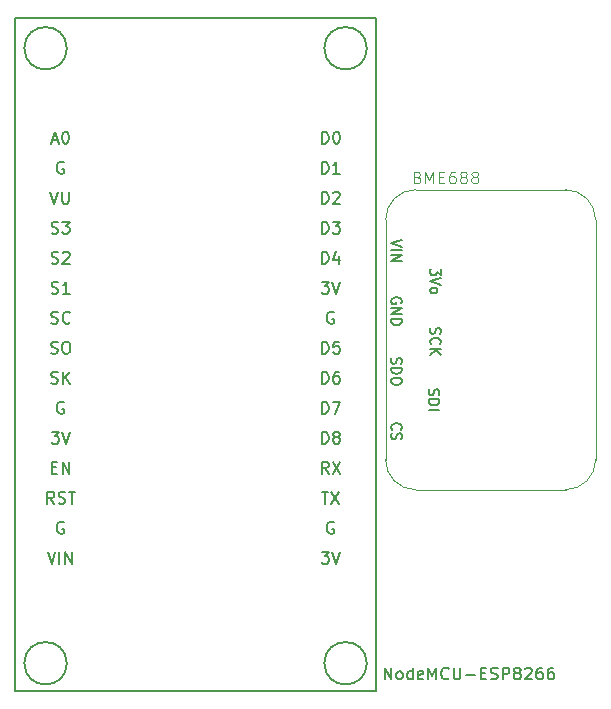
<source format=gbr>
%TF.GenerationSoftware,KiCad,Pcbnew,8.0.3*%
%TF.CreationDate,2024-07-11T16:06:48-07:00*%
%TF.ProjectId,RomiEnvironDetector,526f6d69-456e-4766-9972-6f6e44657465,rev?*%
%TF.SameCoordinates,Original*%
%TF.FileFunction,Legend,Top*%
%TF.FilePolarity,Positive*%
%FSLAX46Y46*%
G04 Gerber Fmt 4.6, Leading zero omitted, Abs format (unit mm)*
G04 Created by KiCad (PCBNEW 8.0.3) date 2024-07-11 16:06:48*
%MOMM*%
%LPD*%
G01*
G04 APERTURE LIST*
%ADD10C,0.100000*%
%ADD11C,0.142240*%
%ADD12C,0.150000*%
%ADD13C,1.524000*%
%ADD14C,1.879600*%
%ADD15C,3.301600*%
G04 APERTURE END LIST*
D10*
X140619047Y-68133609D02*
X140761904Y-68181228D01*
X140761904Y-68181228D02*
X140809523Y-68228847D01*
X140809523Y-68228847D02*
X140857142Y-68324085D01*
X140857142Y-68324085D02*
X140857142Y-68466942D01*
X140857142Y-68466942D02*
X140809523Y-68562180D01*
X140809523Y-68562180D02*
X140761904Y-68609800D01*
X140761904Y-68609800D02*
X140666666Y-68657419D01*
X140666666Y-68657419D02*
X140285714Y-68657419D01*
X140285714Y-68657419D02*
X140285714Y-67657419D01*
X140285714Y-67657419D02*
X140619047Y-67657419D01*
X140619047Y-67657419D02*
X140714285Y-67705038D01*
X140714285Y-67705038D02*
X140761904Y-67752657D01*
X140761904Y-67752657D02*
X140809523Y-67847895D01*
X140809523Y-67847895D02*
X140809523Y-67943133D01*
X140809523Y-67943133D02*
X140761904Y-68038371D01*
X140761904Y-68038371D02*
X140714285Y-68085990D01*
X140714285Y-68085990D02*
X140619047Y-68133609D01*
X140619047Y-68133609D02*
X140285714Y-68133609D01*
X141285714Y-68657419D02*
X141285714Y-67657419D01*
X141285714Y-67657419D02*
X141619047Y-68371704D01*
X141619047Y-68371704D02*
X141952380Y-67657419D01*
X141952380Y-67657419D02*
X141952380Y-68657419D01*
X142428571Y-68133609D02*
X142761904Y-68133609D01*
X142904761Y-68657419D02*
X142428571Y-68657419D01*
X142428571Y-68657419D02*
X142428571Y-67657419D01*
X142428571Y-67657419D02*
X142904761Y-67657419D01*
X143761904Y-67657419D02*
X143571428Y-67657419D01*
X143571428Y-67657419D02*
X143476190Y-67705038D01*
X143476190Y-67705038D02*
X143428571Y-67752657D01*
X143428571Y-67752657D02*
X143333333Y-67895514D01*
X143333333Y-67895514D02*
X143285714Y-68085990D01*
X143285714Y-68085990D02*
X143285714Y-68466942D01*
X143285714Y-68466942D02*
X143333333Y-68562180D01*
X143333333Y-68562180D02*
X143380952Y-68609800D01*
X143380952Y-68609800D02*
X143476190Y-68657419D01*
X143476190Y-68657419D02*
X143666666Y-68657419D01*
X143666666Y-68657419D02*
X143761904Y-68609800D01*
X143761904Y-68609800D02*
X143809523Y-68562180D01*
X143809523Y-68562180D02*
X143857142Y-68466942D01*
X143857142Y-68466942D02*
X143857142Y-68228847D01*
X143857142Y-68228847D02*
X143809523Y-68133609D01*
X143809523Y-68133609D02*
X143761904Y-68085990D01*
X143761904Y-68085990D02*
X143666666Y-68038371D01*
X143666666Y-68038371D02*
X143476190Y-68038371D01*
X143476190Y-68038371D02*
X143380952Y-68085990D01*
X143380952Y-68085990D02*
X143333333Y-68133609D01*
X143333333Y-68133609D02*
X143285714Y-68228847D01*
X144428571Y-68085990D02*
X144333333Y-68038371D01*
X144333333Y-68038371D02*
X144285714Y-67990752D01*
X144285714Y-67990752D02*
X144238095Y-67895514D01*
X144238095Y-67895514D02*
X144238095Y-67847895D01*
X144238095Y-67847895D02*
X144285714Y-67752657D01*
X144285714Y-67752657D02*
X144333333Y-67705038D01*
X144333333Y-67705038D02*
X144428571Y-67657419D01*
X144428571Y-67657419D02*
X144619047Y-67657419D01*
X144619047Y-67657419D02*
X144714285Y-67705038D01*
X144714285Y-67705038D02*
X144761904Y-67752657D01*
X144761904Y-67752657D02*
X144809523Y-67847895D01*
X144809523Y-67847895D02*
X144809523Y-67895514D01*
X144809523Y-67895514D02*
X144761904Y-67990752D01*
X144761904Y-67990752D02*
X144714285Y-68038371D01*
X144714285Y-68038371D02*
X144619047Y-68085990D01*
X144619047Y-68085990D02*
X144428571Y-68085990D01*
X144428571Y-68085990D02*
X144333333Y-68133609D01*
X144333333Y-68133609D02*
X144285714Y-68181228D01*
X144285714Y-68181228D02*
X144238095Y-68276466D01*
X144238095Y-68276466D02*
X144238095Y-68466942D01*
X144238095Y-68466942D02*
X144285714Y-68562180D01*
X144285714Y-68562180D02*
X144333333Y-68609800D01*
X144333333Y-68609800D02*
X144428571Y-68657419D01*
X144428571Y-68657419D02*
X144619047Y-68657419D01*
X144619047Y-68657419D02*
X144714285Y-68609800D01*
X144714285Y-68609800D02*
X144761904Y-68562180D01*
X144761904Y-68562180D02*
X144809523Y-68466942D01*
X144809523Y-68466942D02*
X144809523Y-68276466D01*
X144809523Y-68276466D02*
X144761904Y-68181228D01*
X144761904Y-68181228D02*
X144714285Y-68133609D01*
X144714285Y-68133609D02*
X144619047Y-68085990D01*
X145380952Y-68085990D02*
X145285714Y-68038371D01*
X145285714Y-68038371D02*
X145238095Y-67990752D01*
X145238095Y-67990752D02*
X145190476Y-67895514D01*
X145190476Y-67895514D02*
X145190476Y-67847895D01*
X145190476Y-67847895D02*
X145238095Y-67752657D01*
X145238095Y-67752657D02*
X145285714Y-67705038D01*
X145285714Y-67705038D02*
X145380952Y-67657419D01*
X145380952Y-67657419D02*
X145571428Y-67657419D01*
X145571428Y-67657419D02*
X145666666Y-67705038D01*
X145666666Y-67705038D02*
X145714285Y-67752657D01*
X145714285Y-67752657D02*
X145761904Y-67847895D01*
X145761904Y-67847895D02*
X145761904Y-67895514D01*
X145761904Y-67895514D02*
X145714285Y-67990752D01*
X145714285Y-67990752D02*
X145666666Y-68038371D01*
X145666666Y-68038371D02*
X145571428Y-68085990D01*
X145571428Y-68085990D02*
X145380952Y-68085990D01*
X145380952Y-68085990D02*
X145285714Y-68133609D01*
X145285714Y-68133609D02*
X145238095Y-68181228D01*
X145238095Y-68181228D02*
X145190476Y-68276466D01*
X145190476Y-68276466D02*
X145190476Y-68466942D01*
X145190476Y-68466942D02*
X145238095Y-68562180D01*
X145238095Y-68562180D02*
X145285714Y-68609800D01*
X145285714Y-68609800D02*
X145380952Y-68657419D01*
X145380952Y-68657419D02*
X145571428Y-68657419D01*
X145571428Y-68657419D02*
X145666666Y-68609800D01*
X145666666Y-68609800D02*
X145714285Y-68562180D01*
X145714285Y-68562180D02*
X145761904Y-68466942D01*
X145761904Y-68466942D02*
X145761904Y-68276466D01*
X145761904Y-68276466D02*
X145714285Y-68181228D01*
X145714285Y-68181228D02*
X145666666Y-68133609D01*
X145666666Y-68133609D02*
X145571428Y-68085990D01*
D11*
X141628786Y-86085436D02*
X141587178Y-86210259D01*
X141587178Y-86210259D02*
X141587178Y-86418297D01*
X141587178Y-86418297D02*
X141628786Y-86501512D01*
X141628786Y-86501512D02*
X141670393Y-86543120D01*
X141670393Y-86543120D02*
X141753608Y-86584727D01*
X141753608Y-86584727D02*
X141836824Y-86584727D01*
X141836824Y-86584727D02*
X141920039Y-86543120D01*
X141920039Y-86543120D02*
X141961646Y-86501512D01*
X141961646Y-86501512D02*
X142003254Y-86418297D01*
X142003254Y-86418297D02*
X142044862Y-86251866D01*
X142044862Y-86251866D02*
X142086469Y-86168651D01*
X142086469Y-86168651D02*
X142128077Y-86127044D01*
X142128077Y-86127044D02*
X142211292Y-86085436D01*
X142211292Y-86085436D02*
X142294507Y-86085436D01*
X142294507Y-86085436D02*
X142377723Y-86127044D01*
X142377723Y-86127044D02*
X142419330Y-86168651D01*
X142419330Y-86168651D02*
X142460938Y-86251866D01*
X142460938Y-86251866D02*
X142460938Y-86459905D01*
X142460938Y-86459905D02*
X142419330Y-86584727D01*
X141587178Y-86959196D02*
X142460938Y-86959196D01*
X142460938Y-86959196D02*
X142460938Y-87167234D01*
X142460938Y-87167234D02*
X142419330Y-87292057D01*
X142419330Y-87292057D02*
X142336115Y-87375272D01*
X142336115Y-87375272D02*
X142252900Y-87416879D01*
X142252900Y-87416879D02*
X142086469Y-87458487D01*
X142086469Y-87458487D02*
X141961646Y-87458487D01*
X141961646Y-87458487D02*
X141795216Y-87416879D01*
X141795216Y-87416879D02*
X141712001Y-87375272D01*
X141712001Y-87375272D02*
X141628786Y-87292057D01*
X141628786Y-87292057D02*
X141587178Y-87167234D01*
X141587178Y-87167234D02*
X141587178Y-86959196D01*
X141587178Y-87832956D02*
X142460938Y-87832956D01*
X139285938Y-73450025D02*
X138412178Y-73741278D01*
X138412178Y-73741278D02*
X139285938Y-74032531D01*
X138412178Y-74323785D02*
X139285938Y-74323785D01*
X138412178Y-74739861D02*
X139285938Y-74739861D01*
X139285938Y-74739861D02*
X138412178Y-75239152D01*
X138412178Y-75239152D02*
X139285938Y-75239152D01*
X138495393Y-89501373D02*
X138453786Y-89459765D01*
X138453786Y-89459765D02*
X138412178Y-89334943D01*
X138412178Y-89334943D02*
X138412178Y-89251727D01*
X138412178Y-89251727D02*
X138453786Y-89126904D01*
X138453786Y-89126904D02*
X138537001Y-89043689D01*
X138537001Y-89043689D02*
X138620216Y-89002082D01*
X138620216Y-89002082D02*
X138786646Y-88960474D01*
X138786646Y-88960474D02*
X138911469Y-88960474D01*
X138911469Y-88960474D02*
X139077900Y-89002082D01*
X139077900Y-89002082D02*
X139161115Y-89043689D01*
X139161115Y-89043689D02*
X139244330Y-89126904D01*
X139244330Y-89126904D02*
X139285938Y-89251727D01*
X139285938Y-89251727D02*
X139285938Y-89334943D01*
X139285938Y-89334943D02*
X139244330Y-89459765D01*
X139244330Y-89459765D02*
X139202723Y-89501373D01*
X138453786Y-89834234D02*
X138412178Y-89959057D01*
X138412178Y-89959057D02*
X138412178Y-90167095D01*
X138412178Y-90167095D02*
X138453786Y-90250310D01*
X138453786Y-90250310D02*
X138495393Y-90291918D01*
X138495393Y-90291918D02*
X138578608Y-90333525D01*
X138578608Y-90333525D02*
X138661824Y-90333525D01*
X138661824Y-90333525D02*
X138745039Y-90291918D01*
X138745039Y-90291918D02*
X138786646Y-90250310D01*
X138786646Y-90250310D02*
X138828254Y-90167095D01*
X138828254Y-90167095D02*
X138869862Y-90000664D01*
X138869862Y-90000664D02*
X138911469Y-89917449D01*
X138911469Y-89917449D02*
X138953077Y-89875842D01*
X138953077Y-89875842D02*
X139036292Y-89834234D01*
X139036292Y-89834234D02*
X139119507Y-89834234D01*
X139119507Y-89834234D02*
X139202723Y-89875842D01*
X139202723Y-89875842D02*
X139244330Y-89917449D01*
X139244330Y-89917449D02*
X139285938Y-90000664D01*
X139285938Y-90000664D02*
X139285938Y-90208703D01*
X139285938Y-90208703D02*
X139244330Y-90333525D01*
X139244330Y-78821277D02*
X139285938Y-78738062D01*
X139285938Y-78738062D02*
X139285938Y-78613239D01*
X139285938Y-78613239D02*
X139244330Y-78488416D01*
X139244330Y-78488416D02*
X139161115Y-78405201D01*
X139161115Y-78405201D02*
X139077900Y-78363594D01*
X139077900Y-78363594D02*
X138911469Y-78321986D01*
X138911469Y-78321986D02*
X138786646Y-78321986D01*
X138786646Y-78321986D02*
X138620216Y-78363594D01*
X138620216Y-78363594D02*
X138537001Y-78405201D01*
X138537001Y-78405201D02*
X138453786Y-78488416D01*
X138453786Y-78488416D02*
X138412178Y-78613239D01*
X138412178Y-78613239D02*
X138412178Y-78696455D01*
X138412178Y-78696455D02*
X138453786Y-78821277D01*
X138453786Y-78821277D02*
X138495393Y-78862885D01*
X138495393Y-78862885D02*
X138786646Y-78862885D01*
X138786646Y-78862885D02*
X138786646Y-78696455D01*
X138412178Y-79237354D02*
X139285938Y-79237354D01*
X139285938Y-79237354D02*
X138412178Y-79736645D01*
X138412178Y-79736645D02*
X139285938Y-79736645D01*
X138412178Y-80152722D02*
X139285938Y-80152722D01*
X139285938Y-80152722D02*
X139285938Y-80360760D01*
X139285938Y-80360760D02*
X139244330Y-80485583D01*
X139244330Y-80485583D02*
X139161115Y-80568798D01*
X139161115Y-80568798D02*
X139077900Y-80610405D01*
X139077900Y-80610405D02*
X138911469Y-80652013D01*
X138911469Y-80652013D02*
X138786646Y-80652013D01*
X138786646Y-80652013D02*
X138620216Y-80610405D01*
X138620216Y-80610405D02*
X138537001Y-80568798D01*
X138537001Y-80568798D02*
X138453786Y-80485583D01*
X138453786Y-80485583D02*
X138412178Y-80360760D01*
X138412178Y-80360760D02*
X138412178Y-80152722D01*
X141755786Y-80903594D02*
X141714178Y-81028417D01*
X141714178Y-81028417D02*
X141714178Y-81236455D01*
X141714178Y-81236455D02*
X141755786Y-81319670D01*
X141755786Y-81319670D02*
X141797393Y-81361278D01*
X141797393Y-81361278D02*
X141880608Y-81402885D01*
X141880608Y-81402885D02*
X141963824Y-81402885D01*
X141963824Y-81402885D02*
X142047039Y-81361278D01*
X142047039Y-81361278D02*
X142088646Y-81319670D01*
X142088646Y-81319670D02*
X142130254Y-81236455D01*
X142130254Y-81236455D02*
X142171862Y-81070024D01*
X142171862Y-81070024D02*
X142213469Y-80986809D01*
X142213469Y-80986809D02*
X142255077Y-80945202D01*
X142255077Y-80945202D02*
X142338292Y-80903594D01*
X142338292Y-80903594D02*
X142421507Y-80903594D01*
X142421507Y-80903594D02*
X142504723Y-80945202D01*
X142504723Y-80945202D02*
X142546330Y-80986809D01*
X142546330Y-80986809D02*
X142587938Y-81070024D01*
X142587938Y-81070024D02*
X142587938Y-81278063D01*
X142587938Y-81278063D02*
X142546330Y-81402885D01*
X141797393Y-82276645D02*
X141755786Y-82235037D01*
X141755786Y-82235037D02*
X141714178Y-82110215D01*
X141714178Y-82110215D02*
X141714178Y-82026999D01*
X141714178Y-82026999D02*
X141755786Y-81902176D01*
X141755786Y-81902176D02*
X141839001Y-81818961D01*
X141839001Y-81818961D02*
X141922216Y-81777354D01*
X141922216Y-81777354D02*
X142088646Y-81735746D01*
X142088646Y-81735746D02*
X142213469Y-81735746D01*
X142213469Y-81735746D02*
X142379900Y-81777354D01*
X142379900Y-81777354D02*
X142463115Y-81818961D01*
X142463115Y-81818961D02*
X142546330Y-81902176D01*
X142546330Y-81902176D02*
X142587938Y-82026999D01*
X142587938Y-82026999D02*
X142587938Y-82110215D01*
X142587938Y-82110215D02*
X142546330Y-82235037D01*
X142546330Y-82235037D02*
X142504723Y-82276645D01*
X141714178Y-82651114D02*
X142587938Y-82651114D01*
X141714178Y-83150405D02*
X142213469Y-82775936D01*
X142587938Y-83150405D02*
X142088646Y-82651114D01*
X138453786Y-83422790D02*
X138412178Y-83547613D01*
X138412178Y-83547613D02*
X138412178Y-83755651D01*
X138412178Y-83755651D02*
X138453786Y-83838866D01*
X138453786Y-83838866D02*
X138495393Y-83880474D01*
X138495393Y-83880474D02*
X138578608Y-83922081D01*
X138578608Y-83922081D02*
X138661824Y-83922081D01*
X138661824Y-83922081D02*
X138745039Y-83880474D01*
X138745039Y-83880474D02*
X138786646Y-83838866D01*
X138786646Y-83838866D02*
X138828254Y-83755651D01*
X138828254Y-83755651D02*
X138869862Y-83589220D01*
X138869862Y-83589220D02*
X138911469Y-83506005D01*
X138911469Y-83506005D02*
X138953077Y-83464398D01*
X138953077Y-83464398D02*
X139036292Y-83422790D01*
X139036292Y-83422790D02*
X139119507Y-83422790D01*
X139119507Y-83422790D02*
X139202723Y-83464398D01*
X139202723Y-83464398D02*
X139244330Y-83506005D01*
X139244330Y-83506005D02*
X139285938Y-83589220D01*
X139285938Y-83589220D02*
X139285938Y-83797259D01*
X139285938Y-83797259D02*
X139244330Y-83922081D01*
X138412178Y-84296550D02*
X139285938Y-84296550D01*
X139285938Y-84296550D02*
X139285938Y-84504588D01*
X139285938Y-84504588D02*
X139244330Y-84629411D01*
X139244330Y-84629411D02*
X139161115Y-84712626D01*
X139161115Y-84712626D02*
X139077900Y-84754233D01*
X139077900Y-84754233D02*
X138911469Y-84795841D01*
X138911469Y-84795841D02*
X138786646Y-84795841D01*
X138786646Y-84795841D02*
X138620216Y-84754233D01*
X138620216Y-84754233D02*
X138537001Y-84712626D01*
X138537001Y-84712626D02*
X138453786Y-84629411D01*
X138453786Y-84629411D02*
X138412178Y-84504588D01*
X138412178Y-84504588D02*
X138412178Y-84296550D01*
X139285938Y-85336740D02*
X139285938Y-85503171D01*
X139285938Y-85503171D02*
X139244330Y-85586386D01*
X139244330Y-85586386D02*
X139161115Y-85669601D01*
X139161115Y-85669601D02*
X138994685Y-85711209D01*
X138994685Y-85711209D02*
X138703431Y-85711209D01*
X138703431Y-85711209D02*
X138537001Y-85669601D01*
X138537001Y-85669601D02*
X138453786Y-85586386D01*
X138453786Y-85586386D02*
X138412178Y-85503171D01*
X138412178Y-85503171D02*
X138412178Y-85336740D01*
X138412178Y-85336740D02*
X138453786Y-85253525D01*
X138453786Y-85253525D02*
X138537001Y-85170310D01*
X138537001Y-85170310D02*
X138703431Y-85128702D01*
X138703431Y-85128702D02*
X138994685Y-85128702D01*
X138994685Y-85128702D02*
X139161115Y-85170310D01*
X139161115Y-85170310D02*
X139244330Y-85253525D01*
X139244330Y-85253525D02*
X139285938Y-85336740D01*
X142587938Y-75886005D02*
X142587938Y-76426904D01*
X142587938Y-76426904D02*
X142255077Y-76135651D01*
X142255077Y-76135651D02*
X142255077Y-76260474D01*
X142255077Y-76260474D02*
X142213469Y-76343689D01*
X142213469Y-76343689D02*
X142171862Y-76385297D01*
X142171862Y-76385297D02*
X142088646Y-76426904D01*
X142088646Y-76426904D02*
X141880608Y-76426904D01*
X141880608Y-76426904D02*
X141797393Y-76385297D01*
X141797393Y-76385297D02*
X141755786Y-76343689D01*
X141755786Y-76343689D02*
X141714178Y-76260474D01*
X141714178Y-76260474D02*
X141714178Y-76010828D01*
X141714178Y-76010828D02*
X141755786Y-75927613D01*
X141755786Y-75927613D02*
X141797393Y-75886005D01*
X142587938Y-76676550D02*
X141714178Y-76967803D01*
X141714178Y-76967803D02*
X142587938Y-77259056D01*
X141714178Y-77675132D02*
X141755786Y-77591917D01*
X141755786Y-77591917D02*
X141797393Y-77550310D01*
X141797393Y-77550310D02*
X141880608Y-77508702D01*
X141880608Y-77508702D02*
X142130254Y-77508702D01*
X142130254Y-77508702D02*
X142213469Y-77550310D01*
X142213469Y-77550310D02*
X142255077Y-77591917D01*
X142255077Y-77591917D02*
X142296685Y-77675132D01*
X142296685Y-77675132D02*
X142296685Y-77799955D01*
X142296685Y-77799955D02*
X142255077Y-77883171D01*
X142255077Y-77883171D02*
X142213469Y-77924778D01*
X142213469Y-77924778D02*
X142130254Y-77966386D01*
X142130254Y-77966386D02*
X141880608Y-77966386D01*
X141880608Y-77966386D02*
X141797393Y-77924778D01*
X141797393Y-77924778D02*
X141755786Y-77883171D01*
X141755786Y-77883171D02*
X141714178Y-77799955D01*
X141714178Y-77799955D02*
X141714178Y-77675132D01*
D12*
X137833333Y-110654819D02*
X137833333Y-109654819D01*
X137833333Y-109654819D02*
X138404761Y-110654819D01*
X138404761Y-110654819D02*
X138404761Y-109654819D01*
X139023809Y-110654819D02*
X138928571Y-110607200D01*
X138928571Y-110607200D02*
X138880952Y-110559580D01*
X138880952Y-110559580D02*
X138833333Y-110464342D01*
X138833333Y-110464342D02*
X138833333Y-110178628D01*
X138833333Y-110178628D02*
X138880952Y-110083390D01*
X138880952Y-110083390D02*
X138928571Y-110035771D01*
X138928571Y-110035771D02*
X139023809Y-109988152D01*
X139023809Y-109988152D02*
X139166666Y-109988152D01*
X139166666Y-109988152D02*
X139261904Y-110035771D01*
X139261904Y-110035771D02*
X139309523Y-110083390D01*
X139309523Y-110083390D02*
X139357142Y-110178628D01*
X139357142Y-110178628D02*
X139357142Y-110464342D01*
X139357142Y-110464342D02*
X139309523Y-110559580D01*
X139309523Y-110559580D02*
X139261904Y-110607200D01*
X139261904Y-110607200D02*
X139166666Y-110654819D01*
X139166666Y-110654819D02*
X139023809Y-110654819D01*
X140214285Y-110654819D02*
X140214285Y-109654819D01*
X140214285Y-110607200D02*
X140119047Y-110654819D01*
X140119047Y-110654819D02*
X139928571Y-110654819D01*
X139928571Y-110654819D02*
X139833333Y-110607200D01*
X139833333Y-110607200D02*
X139785714Y-110559580D01*
X139785714Y-110559580D02*
X139738095Y-110464342D01*
X139738095Y-110464342D02*
X139738095Y-110178628D01*
X139738095Y-110178628D02*
X139785714Y-110083390D01*
X139785714Y-110083390D02*
X139833333Y-110035771D01*
X139833333Y-110035771D02*
X139928571Y-109988152D01*
X139928571Y-109988152D02*
X140119047Y-109988152D01*
X140119047Y-109988152D02*
X140214285Y-110035771D01*
X141071428Y-110607200D02*
X140976190Y-110654819D01*
X140976190Y-110654819D02*
X140785714Y-110654819D01*
X140785714Y-110654819D02*
X140690476Y-110607200D01*
X140690476Y-110607200D02*
X140642857Y-110511961D01*
X140642857Y-110511961D02*
X140642857Y-110131009D01*
X140642857Y-110131009D02*
X140690476Y-110035771D01*
X140690476Y-110035771D02*
X140785714Y-109988152D01*
X140785714Y-109988152D02*
X140976190Y-109988152D01*
X140976190Y-109988152D02*
X141071428Y-110035771D01*
X141071428Y-110035771D02*
X141119047Y-110131009D01*
X141119047Y-110131009D02*
X141119047Y-110226247D01*
X141119047Y-110226247D02*
X140642857Y-110321485D01*
X141547619Y-110654819D02*
X141547619Y-109654819D01*
X141547619Y-109654819D02*
X141880952Y-110369104D01*
X141880952Y-110369104D02*
X142214285Y-109654819D01*
X142214285Y-109654819D02*
X142214285Y-110654819D01*
X143261904Y-110559580D02*
X143214285Y-110607200D01*
X143214285Y-110607200D02*
X143071428Y-110654819D01*
X143071428Y-110654819D02*
X142976190Y-110654819D01*
X142976190Y-110654819D02*
X142833333Y-110607200D01*
X142833333Y-110607200D02*
X142738095Y-110511961D01*
X142738095Y-110511961D02*
X142690476Y-110416723D01*
X142690476Y-110416723D02*
X142642857Y-110226247D01*
X142642857Y-110226247D02*
X142642857Y-110083390D01*
X142642857Y-110083390D02*
X142690476Y-109892914D01*
X142690476Y-109892914D02*
X142738095Y-109797676D01*
X142738095Y-109797676D02*
X142833333Y-109702438D01*
X142833333Y-109702438D02*
X142976190Y-109654819D01*
X142976190Y-109654819D02*
X143071428Y-109654819D01*
X143071428Y-109654819D02*
X143214285Y-109702438D01*
X143214285Y-109702438D02*
X143261904Y-109750057D01*
X143690476Y-109654819D02*
X143690476Y-110464342D01*
X143690476Y-110464342D02*
X143738095Y-110559580D01*
X143738095Y-110559580D02*
X143785714Y-110607200D01*
X143785714Y-110607200D02*
X143880952Y-110654819D01*
X143880952Y-110654819D02*
X144071428Y-110654819D01*
X144071428Y-110654819D02*
X144166666Y-110607200D01*
X144166666Y-110607200D02*
X144214285Y-110559580D01*
X144214285Y-110559580D02*
X144261904Y-110464342D01*
X144261904Y-110464342D02*
X144261904Y-109654819D01*
X144738095Y-110273866D02*
X145500000Y-110273866D01*
X145976190Y-110131009D02*
X146309523Y-110131009D01*
X146452380Y-110654819D02*
X145976190Y-110654819D01*
X145976190Y-110654819D02*
X145976190Y-109654819D01*
X145976190Y-109654819D02*
X146452380Y-109654819D01*
X146833333Y-110607200D02*
X146976190Y-110654819D01*
X146976190Y-110654819D02*
X147214285Y-110654819D01*
X147214285Y-110654819D02*
X147309523Y-110607200D01*
X147309523Y-110607200D02*
X147357142Y-110559580D01*
X147357142Y-110559580D02*
X147404761Y-110464342D01*
X147404761Y-110464342D02*
X147404761Y-110369104D01*
X147404761Y-110369104D02*
X147357142Y-110273866D01*
X147357142Y-110273866D02*
X147309523Y-110226247D01*
X147309523Y-110226247D02*
X147214285Y-110178628D01*
X147214285Y-110178628D02*
X147023809Y-110131009D01*
X147023809Y-110131009D02*
X146928571Y-110083390D01*
X146928571Y-110083390D02*
X146880952Y-110035771D01*
X146880952Y-110035771D02*
X146833333Y-109940533D01*
X146833333Y-109940533D02*
X146833333Y-109845295D01*
X146833333Y-109845295D02*
X146880952Y-109750057D01*
X146880952Y-109750057D02*
X146928571Y-109702438D01*
X146928571Y-109702438D02*
X147023809Y-109654819D01*
X147023809Y-109654819D02*
X147261904Y-109654819D01*
X147261904Y-109654819D02*
X147404761Y-109702438D01*
X147833333Y-110654819D02*
X147833333Y-109654819D01*
X147833333Y-109654819D02*
X148214285Y-109654819D01*
X148214285Y-109654819D02*
X148309523Y-109702438D01*
X148309523Y-109702438D02*
X148357142Y-109750057D01*
X148357142Y-109750057D02*
X148404761Y-109845295D01*
X148404761Y-109845295D02*
X148404761Y-109988152D01*
X148404761Y-109988152D02*
X148357142Y-110083390D01*
X148357142Y-110083390D02*
X148309523Y-110131009D01*
X148309523Y-110131009D02*
X148214285Y-110178628D01*
X148214285Y-110178628D02*
X147833333Y-110178628D01*
X148976190Y-110083390D02*
X148880952Y-110035771D01*
X148880952Y-110035771D02*
X148833333Y-109988152D01*
X148833333Y-109988152D02*
X148785714Y-109892914D01*
X148785714Y-109892914D02*
X148785714Y-109845295D01*
X148785714Y-109845295D02*
X148833333Y-109750057D01*
X148833333Y-109750057D02*
X148880952Y-109702438D01*
X148880952Y-109702438D02*
X148976190Y-109654819D01*
X148976190Y-109654819D02*
X149166666Y-109654819D01*
X149166666Y-109654819D02*
X149261904Y-109702438D01*
X149261904Y-109702438D02*
X149309523Y-109750057D01*
X149309523Y-109750057D02*
X149357142Y-109845295D01*
X149357142Y-109845295D02*
X149357142Y-109892914D01*
X149357142Y-109892914D02*
X149309523Y-109988152D01*
X149309523Y-109988152D02*
X149261904Y-110035771D01*
X149261904Y-110035771D02*
X149166666Y-110083390D01*
X149166666Y-110083390D02*
X148976190Y-110083390D01*
X148976190Y-110083390D02*
X148880952Y-110131009D01*
X148880952Y-110131009D02*
X148833333Y-110178628D01*
X148833333Y-110178628D02*
X148785714Y-110273866D01*
X148785714Y-110273866D02*
X148785714Y-110464342D01*
X148785714Y-110464342D02*
X148833333Y-110559580D01*
X148833333Y-110559580D02*
X148880952Y-110607200D01*
X148880952Y-110607200D02*
X148976190Y-110654819D01*
X148976190Y-110654819D02*
X149166666Y-110654819D01*
X149166666Y-110654819D02*
X149261904Y-110607200D01*
X149261904Y-110607200D02*
X149309523Y-110559580D01*
X149309523Y-110559580D02*
X149357142Y-110464342D01*
X149357142Y-110464342D02*
X149357142Y-110273866D01*
X149357142Y-110273866D02*
X149309523Y-110178628D01*
X149309523Y-110178628D02*
X149261904Y-110131009D01*
X149261904Y-110131009D02*
X149166666Y-110083390D01*
X149738095Y-109750057D02*
X149785714Y-109702438D01*
X149785714Y-109702438D02*
X149880952Y-109654819D01*
X149880952Y-109654819D02*
X150119047Y-109654819D01*
X150119047Y-109654819D02*
X150214285Y-109702438D01*
X150214285Y-109702438D02*
X150261904Y-109750057D01*
X150261904Y-109750057D02*
X150309523Y-109845295D01*
X150309523Y-109845295D02*
X150309523Y-109940533D01*
X150309523Y-109940533D02*
X150261904Y-110083390D01*
X150261904Y-110083390D02*
X149690476Y-110654819D01*
X149690476Y-110654819D02*
X150309523Y-110654819D01*
X151166666Y-109654819D02*
X150976190Y-109654819D01*
X150976190Y-109654819D02*
X150880952Y-109702438D01*
X150880952Y-109702438D02*
X150833333Y-109750057D01*
X150833333Y-109750057D02*
X150738095Y-109892914D01*
X150738095Y-109892914D02*
X150690476Y-110083390D01*
X150690476Y-110083390D02*
X150690476Y-110464342D01*
X150690476Y-110464342D02*
X150738095Y-110559580D01*
X150738095Y-110559580D02*
X150785714Y-110607200D01*
X150785714Y-110607200D02*
X150880952Y-110654819D01*
X150880952Y-110654819D02*
X151071428Y-110654819D01*
X151071428Y-110654819D02*
X151166666Y-110607200D01*
X151166666Y-110607200D02*
X151214285Y-110559580D01*
X151214285Y-110559580D02*
X151261904Y-110464342D01*
X151261904Y-110464342D02*
X151261904Y-110226247D01*
X151261904Y-110226247D02*
X151214285Y-110131009D01*
X151214285Y-110131009D02*
X151166666Y-110083390D01*
X151166666Y-110083390D02*
X151071428Y-110035771D01*
X151071428Y-110035771D02*
X150880952Y-110035771D01*
X150880952Y-110035771D02*
X150785714Y-110083390D01*
X150785714Y-110083390D02*
X150738095Y-110131009D01*
X150738095Y-110131009D02*
X150690476Y-110226247D01*
X152119047Y-109654819D02*
X151928571Y-109654819D01*
X151928571Y-109654819D02*
X151833333Y-109702438D01*
X151833333Y-109702438D02*
X151785714Y-109750057D01*
X151785714Y-109750057D02*
X151690476Y-109892914D01*
X151690476Y-109892914D02*
X151642857Y-110083390D01*
X151642857Y-110083390D02*
X151642857Y-110464342D01*
X151642857Y-110464342D02*
X151690476Y-110559580D01*
X151690476Y-110559580D02*
X151738095Y-110607200D01*
X151738095Y-110607200D02*
X151833333Y-110654819D01*
X151833333Y-110654819D02*
X152023809Y-110654819D01*
X152023809Y-110654819D02*
X152119047Y-110607200D01*
X152119047Y-110607200D02*
X152166666Y-110559580D01*
X152166666Y-110559580D02*
X152214285Y-110464342D01*
X152214285Y-110464342D02*
X152214285Y-110226247D01*
X152214285Y-110226247D02*
X152166666Y-110131009D01*
X152166666Y-110131009D02*
X152119047Y-110083390D01*
X152119047Y-110083390D02*
X152023809Y-110035771D01*
X152023809Y-110035771D02*
X151833333Y-110035771D01*
X151833333Y-110035771D02*
X151738095Y-110083390D01*
X151738095Y-110083390D02*
X151690476Y-110131009D01*
X151690476Y-110131009D02*
X151642857Y-110226247D01*
X110661904Y-87202438D02*
X110566666Y-87154819D01*
X110566666Y-87154819D02*
X110423809Y-87154819D01*
X110423809Y-87154819D02*
X110280952Y-87202438D01*
X110280952Y-87202438D02*
X110185714Y-87297676D01*
X110185714Y-87297676D02*
X110138095Y-87392914D01*
X110138095Y-87392914D02*
X110090476Y-87583390D01*
X110090476Y-87583390D02*
X110090476Y-87726247D01*
X110090476Y-87726247D02*
X110138095Y-87916723D01*
X110138095Y-87916723D02*
X110185714Y-88011961D01*
X110185714Y-88011961D02*
X110280952Y-88107200D01*
X110280952Y-88107200D02*
X110423809Y-88154819D01*
X110423809Y-88154819D02*
X110519047Y-88154819D01*
X110519047Y-88154819D02*
X110661904Y-88107200D01*
X110661904Y-88107200D02*
X110709523Y-88059580D01*
X110709523Y-88059580D02*
X110709523Y-87726247D01*
X110709523Y-87726247D02*
X110519047Y-87726247D01*
X109614286Y-80487200D02*
X109757143Y-80534819D01*
X109757143Y-80534819D02*
X109995238Y-80534819D01*
X109995238Y-80534819D02*
X110090476Y-80487200D01*
X110090476Y-80487200D02*
X110138095Y-80439580D01*
X110138095Y-80439580D02*
X110185714Y-80344342D01*
X110185714Y-80344342D02*
X110185714Y-80249104D01*
X110185714Y-80249104D02*
X110138095Y-80153866D01*
X110138095Y-80153866D02*
X110090476Y-80106247D01*
X110090476Y-80106247D02*
X109995238Y-80058628D01*
X109995238Y-80058628D02*
X109804762Y-80011009D01*
X109804762Y-80011009D02*
X109709524Y-79963390D01*
X109709524Y-79963390D02*
X109661905Y-79915771D01*
X109661905Y-79915771D02*
X109614286Y-79820533D01*
X109614286Y-79820533D02*
X109614286Y-79725295D01*
X109614286Y-79725295D02*
X109661905Y-79630057D01*
X109661905Y-79630057D02*
X109709524Y-79582438D01*
X109709524Y-79582438D02*
X109804762Y-79534819D01*
X109804762Y-79534819D02*
X110042857Y-79534819D01*
X110042857Y-79534819D02*
X110185714Y-79582438D01*
X111185714Y-80439580D02*
X111138095Y-80487200D01*
X111138095Y-80487200D02*
X110995238Y-80534819D01*
X110995238Y-80534819D02*
X110900000Y-80534819D01*
X110900000Y-80534819D02*
X110757143Y-80487200D01*
X110757143Y-80487200D02*
X110661905Y-80391961D01*
X110661905Y-80391961D02*
X110614286Y-80296723D01*
X110614286Y-80296723D02*
X110566667Y-80106247D01*
X110566667Y-80106247D02*
X110566667Y-79963390D01*
X110566667Y-79963390D02*
X110614286Y-79772914D01*
X110614286Y-79772914D02*
X110661905Y-79677676D01*
X110661905Y-79677676D02*
X110757143Y-79582438D01*
X110757143Y-79582438D02*
X110900000Y-79534819D01*
X110900000Y-79534819D02*
X110995238Y-79534819D01*
X110995238Y-79534819D02*
X111138095Y-79582438D01*
X111138095Y-79582438D02*
X111185714Y-79630057D01*
X132521905Y-65294819D02*
X132521905Y-64294819D01*
X132521905Y-64294819D02*
X132760000Y-64294819D01*
X132760000Y-64294819D02*
X132902857Y-64342438D01*
X132902857Y-64342438D02*
X132998095Y-64437676D01*
X132998095Y-64437676D02*
X133045714Y-64532914D01*
X133045714Y-64532914D02*
X133093333Y-64723390D01*
X133093333Y-64723390D02*
X133093333Y-64866247D01*
X133093333Y-64866247D02*
X133045714Y-65056723D01*
X133045714Y-65056723D02*
X132998095Y-65151961D01*
X132998095Y-65151961D02*
X132902857Y-65247200D01*
X132902857Y-65247200D02*
X132760000Y-65294819D01*
X132760000Y-65294819D02*
X132521905Y-65294819D01*
X133712381Y-64294819D02*
X133807619Y-64294819D01*
X133807619Y-64294819D02*
X133902857Y-64342438D01*
X133902857Y-64342438D02*
X133950476Y-64390057D01*
X133950476Y-64390057D02*
X133998095Y-64485295D01*
X133998095Y-64485295D02*
X134045714Y-64675771D01*
X134045714Y-64675771D02*
X134045714Y-64913866D01*
X134045714Y-64913866D02*
X133998095Y-65104342D01*
X133998095Y-65104342D02*
X133950476Y-65199580D01*
X133950476Y-65199580D02*
X133902857Y-65247200D01*
X133902857Y-65247200D02*
X133807619Y-65294819D01*
X133807619Y-65294819D02*
X133712381Y-65294819D01*
X133712381Y-65294819D02*
X133617143Y-65247200D01*
X133617143Y-65247200D02*
X133569524Y-65199580D01*
X133569524Y-65199580D02*
X133521905Y-65104342D01*
X133521905Y-65104342D02*
X133474286Y-64913866D01*
X133474286Y-64913866D02*
X133474286Y-64675771D01*
X133474286Y-64675771D02*
X133521905Y-64485295D01*
X133521905Y-64485295D02*
X133569524Y-64390057D01*
X133569524Y-64390057D02*
X133617143Y-64342438D01*
X133617143Y-64342438D02*
X133712381Y-64294819D01*
X109685714Y-65009104D02*
X110161904Y-65009104D01*
X109590476Y-65294819D02*
X109923809Y-64294819D01*
X109923809Y-64294819D02*
X110257142Y-65294819D01*
X110780952Y-64294819D02*
X110876190Y-64294819D01*
X110876190Y-64294819D02*
X110971428Y-64342438D01*
X110971428Y-64342438D02*
X111019047Y-64390057D01*
X111019047Y-64390057D02*
X111066666Y-64485295D01*
X111066666Y-64485295D02*
X111114285Y-64675771D01*
X111114285Y-64675771D02*
X111114285Y-64913866D01*
X111114285Y-64913866D02*
X111066666Y-65104342D01*
X111066666Y-65104342D02*
X111019047Y-65199580D01*
X111019047Y-65199580D02*
X110971428Y-65247200D01*
X110971428Y-65247200D02*
X110876190Y-65294819D01*
X110876190Y-65294819D02*
X110780952Y-65294819D01*
X110780952Y-65294819D02*
X110685714Y-65247200D01*
X110685714Y-65247200D02*
X110638095Y-65199580D01*
X110638095Y-65199580D02*
X110590476Y-65104342D01*
X110590476Y-65104342D02*
X110542857Y-64913866D01*
X110542857Y-64913866D02*
X110542857Y-64675771D01*
X110542857Y-64675771D02*
X110590476Y-64485295D01*
X110590476Y-64485295D02*
X110638095Y-64390057D01*
X110638095Y-64390057D02*
X110685714Y-64342438D01*
X110685714Y-64342438D02*
X110780952Y-64294819D01*
X109638095Y-77947200D02*
X109780952Y-77994819D01*
X109780952Y-77994819D02*
X110019047Y-77994819D01*
X110019047Y-77994819D02*
X110114285Y-77947200D01*
X110114285Y-77947200D02*
X110161904Y-77899580D01*
X110161904Y-77899580D02*
X110209523Y-77804342D01*
X110209523Y-77804342D02*
X110209523Y-77709104D01*
X110209523Y-77709104D02*
X110161904Y-77613866D01*
X110161904Y-77613866D02*
X110114285Y-77566247D01*
X110114285Y-77566247D02*
X110019047Y-77518628D01*
X110019047Y-77518628D02*
X109828571Y-77471009D01*
X109828571Y-77471009D02*
X109733333Y-77423390D01*
X109733333Y-77423390D02*
X109685714Y-77375771D01*
X109685714Y-77375771D02*
X109638095Y-77280533D01*
X109638095Y-77280533D02*
X109638095Y-77185295D01*
X109638095Y-77185295D02*
X109685714Y-77090057D01*
X109685714Y-77090057D02*
X109733333Y-77042438D01*
X109733333Y-77042438D02*
X109828571Y-76994819D01*
X109828571Y-76994819D02*
X110066666Y-76994819D01*
X110066666Y-76994819D02*
X110209523Y-77042438D01*
X111161904Y-77994819D02*
X110590476Y-77994819D01*
X110876190Y-77994819D02*
X110876190Y-76994819D01*
X110876190Y-76994819D02*
X110780952Y-77137676D01*
X110780952Y-77137676D02*
X110685714Y-77232914D01*
X110685714Y-77232914D02*
X110590476Y-77280533D01*
X132498095Y-76994819D02*
X133117142Y-76994819D01*
X133117142Y-76994819D02*
X132783809Y-77375771D01*
X132783809Y-77375771D02*
X132926666Y-77375771D01*
X132926666Y-77375771D02*
X133021904Y-77423390D01*
X133021904Y-77423390D02*
X133069523Y-77471009D01*
X133069523Y-77471009D02*
X133117142Y-77566247D01*
X133117142Y-77566247D02*
X133117142Y-77804342D01*
X133117142Y-77804342D02*
X133069523Y-77899580D01*
X133069523Y-77899580D02*
X133021904Y-77947200D01*
X133021904Y-77947200D02*
X132926666Y-77994819D01*
X132926666Y-77994819D02*
X132640952Y-77994819D01*
X132640952Y-77994819D02*
X132545714Y-77947200D01*
X132545714Y-77947200D02*
X132498095Y-77899580D01*
X133402857Y-76994819D02*
X133736190Y-77994819D01*
X133736190Y-77994819D02*
X134069523Y-76994819D01*
X109590476Y-83027200D02*
X109733333Y-83074819D01*
X109733333Y-83074819D02*
X109971428Y-83074819D01*
X109971428Y-83074819D02*
X110066666Y-83027200D01*
X110066666Y-83027200D02*
X110114285Y-82979580D01*
X110114285Y-82979580D02*
X110161904Y-82884342D01*
X110161904Y-82884342D02*
X110161904Y-82789104D01*
X110161904Y-82789104D02*
X110114285Y-82693866D01*
X110114285Y-82693866D02*
X110066666Y-82646247D01*
X110066666Y-82646247D02*
X109971428Y-82598628D01*
X109971428Y-82598628D02*
X109780952Y-82551009D01*
X109780952Y-82551009D02*
X109685714Y-82503390D01*
X109685714Y-82503390D02*
X109638095Y-82455771D01*
X109638095Y-82455771D02*
X109590476Y-82360533D01*
X109590476Y-82360533D02*
X109590476Y-82265295D01*
X109590476Y-82265295D02*
X109638095Y-82170057D01*
X109638095Y-82170057D02*
X109685714Y-82122438D01*
X109685714Y-82122438D02*
X109780952Y-82074819D01*
X109780952Y-82074819D02*
X110019047Y-82074819D01*
X110019047Y-82074819D02*
X110161904Y-82122438D01*
X110780952Y-82074819D02*
X110971428Y-82074819D01*
X110971428Y-82074819D02*
X111066666Y-82122438D01*
X111066666Y-82122438D02*
X111161904Y-82217676D01*
X111161904Y-82217676D02*
X111209523Y-82408152D01*
X111209523Y-82408152D02*
X111209523Y-82741485D01*
X111209523Y-82741485D02*
X111161904Y-82931961D01*
X111161904Y-82931961D02*
X111066666Y-83027200D01*
X111066666Y-83027200D02*
X110971428Y-83074819D01*
X110971428Y-83074819D02*
X110780952Y-83074819D01*
X110780952Y-83074819D02*
X110685714Y-83027200D01*
X110685714Y-83027200D02*
X110590476Y-82931961D01*
X110590476Y-82931961D02*
X110542857Y-82741485D01*
X110542857Y-82741485D02*
X110542857Y-82408152D01*
X110542857Y-82408152D02*
X110590476Y-82217676D01*
X110590476Y-82217676D02*
X110685714Y-82122438D01*
X110685714Y-82122438D02*
X110780952Y-82074819D01*
X132521905Y-67834819D02*
X132521905Y-66834819D01*
X132521905Y-66834819D02*
X132760000Y-66834819D01*
X132760000Y-66834819D02*
X132902857Y-66882438D01*
X132902857Y-66882438D02*
X132998095Y-66977676D01*
X132998095Y-66977676D02*
X133045714Y-67072914D01*
X133045714Y-67072914D02*
X133093333Y-67263390D01*
X133093333Y-67263390D02*
X133093333Y-67406247D01*
X133093333Y-67406247D02*
X133045714Y-67596723D01*
X133045714Y-67596723D02*
X132998095Y-67691961D01*
X132998095Y-67691961D02*
X132902857Y-67787200D01*
X132902857Y-67787200D02*
X132760000Y-67834819D01*
X132760000Y-67834819D02*
X132521905Y-67834819D01*
X134045714Y-67834819D02*
X133474286Y-67834819D01*
X133760000Y-67834819D02*
X133760000Y-66834819D01*
X133760000Y-66834819D02*
X133664762Y-66977676D01*
X133664762Y-66977676D02*
X133569524Y-67072914D01*
X133569524Y-67072914D02*
X133474286Y-67120533D01*
X109661905Y-92711009D02*
X109995238Y-92711009D01*
X110138095Y-93234819D02*
X109661905Y-93234819D01*
X109661905Y-93234819D02*
X109661905Y-92234819D01*
X109661905Y-92234819D02*
X110138095Y-92234819D01*
X110566667Y-93234819D02*
X110566667Y-92234819D01*
X110566667Y-92234819D02*
X111138095Y-93234819D01*
X111138095Y-93234819D02*
X111138095Y-92234819D01*
X132521905Y-72914819D02*
X132521905Y-71914819D01*
X132521905Y-71914819D02*
X132760000Y-71914819D01*
X132760000Y-71914819D02*
X132902857Y-71962438D01*
X132902857Y-71962438D02*
X132998095Y-72057676D01*
X132998095Y-72057676D02*
X133045714Y-72152914D01*
X133045714Y-72152914D02*
X133093333Y-72343390D01*
X133093333Y-72343390D02*
X133093333Y-72486247D01*
X133093333Y-72486247D02*
X133045714Y-72676723D01*
X133045714Y-72676723D02*
X132998095Y-72771961D01*
X132998095Y-72771961D02*
X132902857Y-72867200D01*
X132902857Y-72867200D02*
X132760000Y-72914819D01*
X132760000Y-72914819D02*
X132521905Y-72914819D01*
X133426667Y-71914819D02*
X134045714Y-71914819D01*
X134045714Y-71914819D02*
X133712381Y-72295771D01*
X133712381Y-72295771D02*
X133855238Y-72295771D01*
X133855238Y-72295771D02*
X133950476Y-72343390D01*
X133950476Y-72343390D02*
X133998095Y-72391009D01*
X133998095Y-72391009D02*
X134045714Y-72486247D01*
X134045714Y-72486247D02*
X134045714Y-72724342D01*
X134045714Y-72724342D02*
X133998095Y-72819580D01*
X133998095Y-72819580D02*
X133950476Y-72867200D01*
X133950476Y-72867200D02*
X133855238Y-72914819D01*
X133855238Y-72914819D02*
X133569524Y-72914819D01*
X133569524Y-72914819D02*
X133474286Y-72867200D01*
X133474286Y-72867200D02*
X133426667Y-72819580D01*
X133521904Y-79582438D02*
X133426666Y-79534819D01*
X133426666Y-79534819D02*
X133283809Y-79534819D01*
X133283809Y-79534819D02*
X133140952Y-79582438D01*
X133140952Y-79582438D02*
X133045714Y-79677676D01*
X133045714Y-79677676D02*
X132998095Y-79772914D01*
X132998095Y-79772914D02*
X132950476Y-79963390D01*
X132950476Y-79963390D02*
X132950476Y-80106247D01*
X132950476Y-80106247D02*
X132998095Y-80296723D01*
X132998095Y-80296723D02*
X133045714Y-80391961D01*
X133045714Y-80391961D02*
X133140952Y-80487200D01*
X133140952Y-80487200D02*
X133283809Y-80534819D01*
X133283809Y-80534819D02*
X133379047Y-80534819D01*
X133379047Y-80534819D02*
X133521904Y-80487200D01*
X133521904Y-80487200D02*
X133569523Y-80439580D01*
X133569523Y-80439580D02*
X133569523Y-80106247D01*
X133569523Y-80106247D02*
X133379047Y-80106247D01*
X133093333Y-93234819D02*
X132760000Y-92758628D01*
X132521905Y-93234819D02*
X132521905Y-92234819D01*
X132521905Y-92234819D02*
X132902857Y-92234819D01*
X132902857Y-92234819D02*
X132998095Y-92282438D01*
X132998095Y-92282438D02*
X133045714Y-92330057D01*
X133045714Y-92330057D02*
X133093333Y-92425295D01*
X133093333Y-92425295D02*
X133093333Y-92568152D01*
X133093333Y-92568152D02*
X133045714Y-92663390D01*
X133045714Y-92663390D02*
X132998095Y-92711009D01*
X132998095Y-92711009D02*
X132902857Y-92758628D01*
X132902857Y-92758628D02*
X132521905Y-92758628D01*
X133426667Y-92234819D02*
X134093333Y-93234819D01*
X134093333Y-92234819D02*
X133426667Y-93234819D01*
X109852380Y-95774819D02*
X109519047Y-95298628D01*
X109280952Y-95774819D02*
X109280952Y-94774819D01*
X109280952Y-94774819D02*
X109661904Y-94774819D01*
X109661904Y-94774819D02*
X109757142Y-94822438D01*
X109757142Y-94822438D02*
X109804761Y-94870057D01*
X109804761Y-94870057D02*
X109852380Y-94965295D01*
X109852380Y-94965295D02*
X109852380Y-95108152D01*
X109852380Y-95108152D02*
X109804761Y-95203390D01*
X109804761Y-95203390D02*
X109757142Y-95251009D01*
X109757142Y-95251009D02*
X109661904Y-95298628D01*
X109661904Y-95298628D02*
X109280952Y-95298628D01*
X110233333Y-95727200D02*
X110376190Y-95774819D01*
X110376190Y-95774819D02*
X110614285Y-95774819D01*
X110614285Y-95774819D02*
X110709523Y-95727200D01*
X110709523Y-95727200D02*
X110757142Y-95679580D01*
X110757142Y-95679580D02*
X110804761Y-95584342D01*
X110804761Y-95584342D02*
X110804761Y-95489104D01*
X110804761Y-95489104D02*
X110757142Y-95393866D01*
X110757142Y-95393866D02*
X110709523Y-95346247D01*
X110709523Y-95346247D02*
X110614285Y-95298628D01*
X110614285Y-95298628D02*
X110423809Y-95251009D01*
X110423809Y-95251009D02*
X110328571Y-95203390D01*
X110328571Y-95203390D02*
X110280952Y-95155771D01*
X110280952Y-95155771D02*
X110233333Y-95060533D01*
X110233333Y-95060533D02*
X110233333Y-94965295D01*
X110233333Y-94965295D02*
X110280952Y-94870057D01*
X110280952Y-94870057D02*
X110328571Y-94822438D01*
X110328571Y-94822438D02*
X110423809Y-94774819D01*
X110423809Y-94774819D02*
X110661904Y-94774819D01*
X110661904Y-94774819D02*
X110804761Y-94822438D01*
X111090476Y-94774819D02*
X111661904Y-94774819D01*
X111376190Y-95774819D02*
X111376190Y-94774819D01*
X109614286Y-85567200D02*
X109757143Y-85614819D01*
X109757143Y-85614819D02*
X109995238Y-85614819D01*
X109995238Y-85614819D02*
X110090476Y-85567200D01*
X110090476Y-85567200D02*
X110138095Y-85519580D01*
X110138095Y-85519580D02*
X110185714Y-85424342D01*
X110185714Y-85424342D02*
X110185714Y-85329104D01*
X110185714Y-85329104D02*
X110138095Y-85233866D01*
X110138095Y-85233866D02*
X110090476Y-85186247D01*
X110090476Y-85186247D02*
X109995238Y-85138628D01*
X109995238Y-85138628D02*
X109804762Y-85091009D01*
X109804762Y-85091009D02*
X109709524Y-85043390D01*
X109709524Y-85043390D02*
X109661905Y-84995771D01*
X109661905Y-84995771D02*
X109614286Y-84900533D01*
X109614286Y-84900533D02*
X109614286Y-84805295D01*
X109614286Y-84805295D02*
X109661905Y-84710057D01*
X109661905Y-84710057D02*
X109709524Y-84662438D01*
X109709524Y-84662438D02*
X109804762Y-84614819D01*
X109804762Y-84614819D02*
X110042857Y-84614819D01*
X110042857Y-84614819D02*
X110185714Y-84662438D01*
X110614286Y-85614819D02*
X110614286Y-84614819D01*
X111185714Y-85614819D02*
X110757143Y-85043390D01*
X111185714Y-84614819D02*
X110614286Y-85186247D01*
X132521905Y-90694819D02*
X132521905Y-89694819D01*
X132521905Y-89694819D02*
X132760000Y-89694819D01*
X132760000Y-89694819D02*
X132902857Y-89742438D01*
X132902857Y-89742438D02*
X132998095Y-89837676D01*
X132998095Y-89837676D02*
X133045714Y-89932914D01*
X133045714Y-89932914D02*
X133093333Y-90123390D01*
X133093333Y-90123390D02*
X133093333Y-90266247D01*
X133093333Y-90266247D02*
X133045714Y-90456723D01*
X133045714Y-90456723D02*
X132998095Y-90551961D01*
X132998095Y-90551961D02*
X132902857Y-90647200D01*
X132902857Y-90647200D02*
X132760000Y-90694819D01*
X132760000Y-90694819D02*
X132521905Y-90694819D01*
X133664762Y-90123390D02*
X133569524Y-90075771D01*
X133569524Y-90075771D02*
X133521905Y-90028152D01*
X133521905Y-90028152D02*
X133474286Y-89932914D01*
X133474286Y-89932914D02*
X133474286Y-89885295D01*
X133474286Y-89885295D02*
X133521905Y-89790057D01*
X133521905Y-89790057D02*
X133569524Y-89742438D01*
X133569524Y-89742438D02*
X133664762Y-89694819D01*
X133664762Y-89694819D02*
X133855238Y-89694819D01*
X133855238Y-89694819D02*
X133950476Y-89742438D01*
X133950476Y-89742438D02*
X133998095Y-89790057D01*
X133998095Y-89790057D02*
X134045714Y-89885295D01*
X134045714Y-89885295D02*
X134045714Y-89932914D01*
X134045714Y-89932914D02*
X133998095Y-90028152D01*
X133998095Y-90028152D02*
X133950476Y-90075771D01*
X133950476Y-90075771D02*
X133855238Y-90123390D01*
X133855238Y-90123390D02*
X133664762Y-90123390D01*
X133664762Y-90123390D02*
X133569524Y-90171009D01*
X133569524Y-90171009D02*
X133521905Y-90218628D01*
X133521905Y-90218628D02*
X133474286Y-90313866D01*
X133474286Y-90313866D02*
X133474286Y-90504342D01*
X133474286Y-90504342D02*
X133521905Y-90599580D01*
X133521905Y-90599580D02*
X133569524Y-90647200D01*
X133569524Y-90647200D02*
X133664762Y-90694819D01*
X133664762Y-90694819D02*
X133855238Y-90694819D01*
X133855238Y-90694819D02*
X133950476Y-90647200D01*
X133950476Y-90647200D02*
X133998095Y-90599580D01*
X133998095Y-90599580D02*
X134045714Y-90504342D01*
X134045714Y-90504342D02*
X134045714Y-90313866D01*
X134045714Y-90313866D02*
X133998095Y-90218628D01*
X133998095Y-90218628D02*
X133950476Y-90171009D01*
X133950476Y-90171009D02*
X133855238Y-90123390D01*
X109304762Y-99854819D02*
X109638095Y-100854819D01*
X109638095Y-100854819D02*
X109971428Y-99854819D01*
X110304762Y-100854819D02*
X110304762Y-99854819D01*
X110780952Y-100854819D02*
X110780952Y-99854819D01*
X110780952Y-99854819D02*
X111352380Y-100854819D01*
X111352380Y-100854819D02*
X111352380Y-99854819D01*
X132498095Y-94774819D02*
X133069523Y-94774819D01*
X132783809Y-95774819D02*
X132783809Y-94774819D01*
X133307619Y-94774819D02*
X133974285Y-95774819D01*
X133974285Y-94774819D02*
X133307619Y-95774819D01*
X132521905Y-75454819D02*
X132521905Y-74454819D01*
X132521905Y-74454819D02*
X132760000Y-74454819D01*
X132760000Y-74454819D02*
X132902857Y-74502438D01*
X132902857Y-74502438D02*
X132998095Y-74597676D01*
X132998095Y-74597676D02*
X133045714Y-74692914D01*
X133045714Y-74692914D02*
X133093333Y-74883390D01*
X133093333Y-74883390D02*
X133093333Y-75026247D01*
X133093333Y-75026247D02*
X133045714Y-75216723D01*
X133045714Y-75216723D02*
X132998095Y-75311961D01*
X132998095Y-75311961D02*
X132902857Y-75407200D01*
X132902857Y-75407200D02*
X132760000Y-75454819D01*
X132760000Y-75454819D02*
X132521905Y-75454819D01*
X133950476Y-74788152D02*
X133950476Y-75454819D01*
X133712381Y-74407200D02*
X133474286Y-75121485D01*
X133474286Y-75121485D02*
X134093333Y-75121485D01*
X132521905Y-70374819D02*
X132521905Y-69374819D01*
X132521905Y-69374819D02*
X132760000Y-69374819D01*
X132760000Y-69374819D02*
X132902857Y-69422438D01*
X132902857Y-69422438D02*
X132998095Y-69517676D01*
X132998095Y-69517676D02*
X133045714Y-69612914D01*
X133045714Y-69612914D02*
X133093333Y-69803390D01*
X133093333Y-69803390D02*
X133093333Y-69946247D01*
X133093333Y-69946247D02*
X133045714Y-70136723D01*
X133045714Y-70136723D02*
X132998095Y-70231961D01*
X132998095Y-70231961D02*
X132902857Y-70327200D01*
X132902857Y-70327200D02*
X132760000Y-70374819D01*
X132760000Y-70374819D02*
X132521905Y-70374819D01*
X133474286Y-69470057D02*
X133521905Y-69422438D01*
X133521905Y-69422438D02*
X133617143Y-69374819D01*
X133617143Y-69374819D02*
X133855238Y-69374819D01*
X133855238Y-69374819D02*
X133950476Y-69422438D01*
X133950476Y-69422438D02*
X133998095Y-69470057D01*
X133998095Y-69470057D02*
X134045714Y-69565295D01*
X134045714Y-69565295D02*
X134045714Y-69660533D01*
X134045714Y-69660533D02*
X133998095Y-69803390D01*
X133998095Y-69803390D02*
X133426667Y-70374819D01*
X133426667Y-70374819D02*
X134045714Y-70374819D01*
X109638095Y-75407200D02*
X109780952Y-75454819D01*
X109780952Y-75454819D02*
X110019047Y-75454819D01*
X110019047Y-75454819D02*
X110114285Y-75407200D01*
X110114285Y-75407200D02*
X110161904Y-75359580D01*
X110161904Y-75359580D02*
X110209523Y-75264342D01*
X110209523Y-75264342D02*
X110209523Y-75169104D01*
X110209523Y-75169104D02*
X110161904Y-75073866D01*
X110161904Y-75073866D02*
X110114285Y-75026247D01*
X110114285Y-75026247D02*
X110019047Y-74978628D01*
X110019047Y-74978628D02*
X109828571Y-74931009D01*
X109828571Y-74931009D02*
X109733333Y-74883390D01*
X109733333Y-74883390D02*
X109685714Y-74835771D01*
X109685714Y-74835771D02*
X109638095Y-74740533D01*
X109638095Y-74740533D02*
X109638095Y-74645295D01*
X109638095Y-74645295D02*
X109685714Y-74550057D01*
X109685714Y-74550057D02*
X109733333Y-74502438D01*
X109733333Y-74502438D02*
X109828571Y-74454819D01*
X109828571Y-74454819D02*
X110066666Y-74454819D01*
X110066666Y-74454819D02*
X110209523Y-74502438D01*
X110590476Y-74550057D02*
X110638095Y-74502438D01*
X110638095Y-74502438D02*
X110733333Y-74454819D01*
X110733333Y-74454819D02*
X110971428Y-74454819D01*
X110971428Y-74454819D02*
X111066666Y-74502438D01*
X111066666Y-74502438D02*
X111114285Y-74550057D01*
X111114285Y-74550057D02*
X111161904Y-74645295D01*
X111161904Y-74645295D02*
X111161904Y-74740533D01*
X111161904Y-74740533D02*
X111114285Y-74883390D01*
X111114285Y-74883390D02*
X110542857Y-75454819D01*
X110542857Y-75454819D02*
X111161904Y-75454819D01*
X132521905Y-88154819D02*
X132521905Y-87154819D01*
X132521905Y-87154819D02*
X132760000Y-87154819D01*
X132760000Y-87154819D02*
X132902857Y-87202438D01*
X132902857Y-87202438D02*
X132998095Y-87297676D01*
X132998095Y-87297676D02*
X133045714Y-87392914D01*
X133045714Y-87392914D02*
X133093333Y-87583390D01*
X133093333Y-87583390D02*
X133093333Y-87726247D01*
X133093333Y-87726247D02*
X133045714Y-87916723D01*
X133045714Y-87916723D02*
X132998095Y-88011961D01*
X132998095Y-88011961D02*
X132902857Y-88107200D01*
X132902857Y-88107200D02*
X132760000Y-88154819D01*
X132760000Y-88154819D02*
X132521905Y-88154819D01*
X133426667Y-87154819D02*
X134093333Y-87154819D01*
X134093333Y-87154819D02*
X133664762Y-88154819D01*
X133521904Y-97362438D02*
X133426666Y-97314819D01*
X133426666Y-97314819D02*
X133283809Y-97314819D01*
X133283809Y-97314819D02*
X133140952Y-97362438D01*
X133140952Y-97362438D02*
X133045714Y-97457676D01*
X133045714Y-97457676D02*
X132998095Y-97552914D01*
X132998095Y-97552914D02*
X132950476Y-97743390D01*
X132950476Y-97743390D02*
X132950476Y-97886247D01*
X132950476Y-97886247D02*
X132998095Y-98076723D01*
X132998095Y-98076723D02*
X133045714Y-98171961D01*
X133045714Y-98171961D02*
X133140952Y-98267200D01*
X133140952Y-98267200D02*
X133283809Y-98314819D01*
X133283809Y-98314819D02*
X133379047Y-98314819D01*
X133379047Y-98314819D02*
X133521904Y-98267200D01*
X133521904Y-98267200D02*
X133569523Y-98219580D01*
X133569523Y-98219580D02*
X133569523Y-97886247D01*
X133569523Y-97886247D02*
X133379047Y-97886247D01*
X132498095Y-99854819D02*
X133117142Y-99854819D01*
X133117142Y-99854819D02*
X132783809Y-100235771D01*
X132783809Y-100235771D02*
X132926666Y-100235771D01*
X132926666Y-100235771D02*
X133021904Y-100283390D01*
X133021904Y-100283390D02*
X133069523Y-100331009D01*
X133069523Y-100331009D02*
X133117142Y-100426247D01*
X133117142Y-100426247D02*
X133117142Y-100664342D01*
X133117142Y-100664342D02*
X133069523Y-100759580D01*
X133069523Y-100759580D02*
X133021904Y-100807200D01*
X133021904Y-100807200D02*
X132926666Y-100854819D01*
X132926666Y-100854819D02*
X132640952Y-100854819D01*
X132640952Y-100854819D02*
X132545714Y-100807200D01*
X132545714Y-100807200D02*
X132498095Y-100759580D01*
X133402857Y-99854819D02*
X133736190Y-100854819D01*
X133736190Y-100854819D02*
X134069523Y-99854819D01*
X109638095Y-89694819D02*
X110257142Y-89694819D01*
X110257142Y-89694819D02*
X109923809Y-90075771D01*
X109923809Y-90075771D02*
X110066666Y-90075771D01*
X110066666Y-90075771D02*
X110161904Y-90123390D01*
X110161904Y-90123390D02*
X110209523Y-90171009D01*
X110209523Y-90171009D02*
X110257142Y-90266247D01*
X110257142Y-90266247D02*
X110257142Y-90504342D01*
X110257142Y-90504342D02*
X110209523Y-90599580D01*
X110209523Y-90599580D02*
X110161904Y-90647200D01*
X110161904Y-90647200D02*
X110066666Y-90694819D01*
X110066666Y-90694819D02*
X109780952Y-90694819D01*
X109780952Y-90694819D02*
X109685714Y-90647200D01*
X109685714Y-90647200D02*
X109638095Y-90599580D01*
X110542857Y-89694819D02*
X110876190Y-90694819D01*
X110876190Y-90694819D02*
X111209523Y-89694819D01*
X109638095Y-72867200D02*
X109780952Y-72914819D01*
X109780952Y-72914819D02*
X110019047Y-72914819D01*
X110019047Y-72914819D02*
X110114285Y-72867200D01*
X110114285Y-72867200D02*
X110161904Y-72819580D01*
X110161904Y-72819580D02*
X110209523Y-72724342D01*
X110209523Y-72724342D02*
X110209523Y-72629104D01*
X110209523Y-72629104D02*
X110161904Y-72533866D01*
X110161904Y-72533866D02*
X110114285Y-72486247D01*
X110114285Y-72486247D02*
X110019047Y-72438628D01*
X110019047Y-72438628D02*
X109828571Y-72391009D01*
X109828571Y-72391009D02*
X109733333Y-72343390D01*
X109733333Y-72343390D02*
X109685714Y-72295771D01*
X109685714Y-72295771D02*
X109638095Y-72200533D01*
X109638095Y-72200533D02*
X109638095Y-72105295D01*
X109638095Y-72105295D02*
X109685714Y-72010057D01*
X109685714Y-72010057D02*
X109733333Y-71962438D01*
X109733333Y-71962438D02*
X109828571Y-71914819D01*
X109828571Y-71914819D02*
X110066666Y-71914819D01*
X110066666Y-71914819D02*
X110209523Y-71962438D01*
X110542857Y-71914819D02*
X111161904Y-71914819D01*
X111161904Y-71914819D02*
X110828571Y-72295771D01*
X110828571Y-72295771D02*
X110971428Y-72295771D01*
X110971428Y-72295771D02*
X111066666Y-72343390D01*
X111066666Y-72343390D02*
X111114285Y-72391009D01*
X111114285Y-72391009D02*
X111161904Y-72486247D01*
X111161904Y-72486247D02*
X111161904Y-72724342D01*
X111161904Y-72724342D02*
X111114285Y-72819580D01*
X111114285Y-72819580D02*
X111066666Y-72867200D01*
X111066666Y-72867200D02*
X110971428Y-72914819D01*
X110971428Y-72914819D02*
X110685714Y-72914819D01*
X110685714Y-72914819D02*
X110590476Y-72867200D01*
X110590476Y-72867200D02*
X110542857Y-72819580D01*
X109542857Y-69374819D02*
X109876190Y-70374819D01*
X109876190Y-70374819D02*
X110209523Y-69374819D01*
X110542857Y-69374819D02*
X110542857Y-70184342D01*
X110542857Y-70184342D02*
X110590476Y-70279580D01*
X110590476Y-70279580D02*
X110638095Y-70327200D01*
X110638095Y-70327200D02*
X110733333Y-70374819D01*
X110733333Y-70374819D02*
X110923809Y-70374819D01*
X110923809Y-70374819D02*
X111019047Y-70327200D01*
X111019047Y-70327200D02*
X111066666Y-70279580D01*
X111066666Y-70279580D02*
X111114285Y-70184342D01*
X111114285Y-70184342D02*
X111114285Y-69374819D01*
X110661904Y-66882438D02*
X110566666Y-66834819D01*
X110566666Y-66834819D02*
X110423809Y-66834819D01*
X110423809Y-66834819D02*
X110280952Y-66882438D01*
X110280952Y-66882438D02*
X110185714Y-66977676D01*
X110185714Y-66977676D02*
X110138095Y-67072914D01*
X110138095Y-67072914D02*
X110090476Y-67263390D01*
X110090476Y-67263390D02*
X110090476Y-67406247D01*
X110090476Y-67406247D02*
X110138095Y-67596723D01*
X110138095Y-67596723D02*
X110185714Y-67691961D01*
X110185714Y-67691961D02*
X110280952Y-67787200D01*
X110280952Y-67787200D02*
X110423809Y-67834819D01*
X110423809Y-67834819D02*
X110519047Y-67834819D01*
X110519047Y-67834819D02*
X110661904Y-67787200D01*
X110661904Y-67787200D02*
X110709523Y-67739580D01*
X110709523Y-67739580D02*
X110709523Y-67406247D01*
X110709523Y-67406247D02*
X110519047Y-67406247D01*
X132521905Y-83074819D02*
X132521905Y-82074819D01*
X132521905Y-82074819D02*
X132760000Y-82074819D01*
X132760000Y-82074819D02*
X132902857Y-82122438D01*
X132902857Y-82122438D02*
X132998095Y-82217676D01*
X132998095Y-82217676D02*
X133045714Y-82312914D01*
X133045714Y-82312914D02*
X133093333Y-82503390D01*
X133093333Y-82503390D02*
X133093333Y-82646247D01*
X133093333Y-82646247D02*
X133045714Y-82836723D01*
X133045714Y-82836723D02*
X132998095Y-82931961D01*
X132998095Y-82931961D02*
X132902857Y-83027200D01*
X132902857Y-83027200D02*
X132760000Y-83074819D01*
X132760000Y-83074819D02*
X132521905Y-83074819D01*
X133998095Y-82074819D02*
X133521905Y-82074819D01*
X133521905Y-82074819D02*
X133474286Y-82551009D01*
X133474286Y-82551009D02*
X133521905Y-82503390D01*
X133521905Y-82503390D02*
X133617143Y-82455771D01*
X133617143Y-82455771D02*
X133855238Y-82455771D01*
X133855238Y-82455771D02*
X133950476Y-82503390D01*
X133950476Y-82503390D02*
X133998095Y-82551009D01*
X133998095Y-82551009D02*
X134045714Y-82646247D01*
X134045714Y-82646247D02*
X134045714Y-82884342D01*
X134045714Y-82884342D02*
X133998095Y-82979580D01*
X133998095Y-82979580D02*
X133950476Y-83027200D01*
X133950476Y-83027200D02*
X133855238Y-83074819D01*
X133855238Y-83074819D02*
X133617143Y-83074819D01*
X133617143Y-83074819D02*
X133521905Y-83027200D01*
X133521905Y-83027200D02*
X133474286Y-82979580D01*
X110661904Y-97362438D02*
X110566666Y-97314819D01*
X110566666Y-97314819D02*
X110423809Y-97314819D01*
X110423809Y-97314819D02*
X110280952Y-97362438D01*
X110280952Y-97362438D02*
X110185714Y-97457676D01*
X110185714Y-97457676D02*
X110138095Y-97552914D01*
X110138095Y-97552914D02*
X110090476Y-97743390D01*
X110090476Y-97743390D02*
X110090476Y-97886247D01*
X110090476Y-97886247D02*
X110138095Y-98076723D01*
X110138095Y-98076723D02*
X110185714Y-98171961D01*
X110185714Y-98171961D02*
X110280952Y-98267200D01*
X110280952Y-98267200D02*
X110423809Y-98314819D01*
X110423809Y-98314819D02*
X110519047Y-98314819D01*
X110519047Y-98314819D02*
X110661904Y-98267200D01*
X110661904Y-98267200D02*
X110709523Y-98219580D01*
X110709523Y-98219580D02*
X110709523Y-97886247D01*
X110709523Y-97886247D02*
X110519047Y-97886247D01*
X132521905Y-85614819D02*
X132521905Y-84614819D01*
X132521905Y-84614819D02*
X132760000Y-84614819D01*
X132760000Y-84614819D02*
X132902857Y-84662438D01*
X132902857Y-84662438D02*
X132998095Y-84757676D01*
X132998095Y-84757676D02*
X133045714Y-84852914D01*
X133045714Y-84852914D02*
X133093333Y-85043390D01*
X133093333Y-85043390D02*
X133093333Y-85186247D01*
X133093333Y-85186247D02*
X133045714Y-85376723D01*
X133045714Y-85376723D02*
X132998095Y-85471961D01*
X132998095Y-85471961D02*
X132902857Y-85567200D01*
X132902857Y-85567200D02*
X132760000Y-85614819D01*
X132760000Y-85614819D02*
X132521905Y-85614819D01*
X133950476Y-84614819D02*
X133760000Y-84614819D01*
X133760000Y-84614819D02*
X133664762Y-84662438D01*
X133664762Y-84662438D02*
X133617143Y-84710057D01*
X133617143Y-84710057D02*
X133521905Y-84852914D01*
X133521905Y-84852914D02*
X133474286Y-85043390D01*
X133474286Y-85043390D02*
X133474286Y-85424342D01*
X133474286Y-85424342D02*
X133521905Y-85519580D01*
X133521905Y-85519580D02*
X133569524Y-85567200D01*
X133569524Y-85567200D02*
X133664762Y-85614819D01*
X133664762Y-85614819D02*
X133855238Y-85614819D01*
X133855238Y-85614819D02*
X133950476Y-85567200D01*
X133950476Y-85567200D02*
X133998095Y-85519580D01*
X133998095Y-85519580D02*
X134045714Y-85424342D01*
X134045714Y-85424342D02*
X134045714Y-85186247D01*
X134045714Y-85186247D02*
X133998095Y-85091009D01*
X133998095Y-85091009D02*
X133950476Y-85043390D01*
X133950476Y-85043390D02*
X133855238Y-84995771D01*
X133855238Y-84995771D02*
X133664762Y-84995771D01*
X133664762Y-84995771D02*
X133569524Y-85043390D01*
X133569524Y-85043390D02*
X133521905Y-85091009D01*
X133521905Y-85091009D02*
X133474286Y-85186247D01*
D10*
%TO.C,BME688*%
X153160000Y-69200000D02*
X140460000Y-69200000D01*
X137920000Y-71740000D02*
X137920000Y-92060000D01*
X155700000Y-92060000D02*
X155700000Y-71740000D01*
X140460000Y-94600000D02*
X153160000Y-94600000D01*
X153160000Y-69200000D02*
G75*
G02*
X155700000Y-71740000I-1J-2540001D01*
G01*
X137920000Y-71740000D02*
G75*
G02*
X140460000Y-69200000I2540001J-1D01*
G01*
X155700000Y-92060000D02*
G75*
G02*
X153160000Y-94600000I-2540000J0D01*
G01*
X140460000Y-94600000D02*
G75*
G02*
X137920000Y-92060000I0J2540000D01*
G01*
D12*
%TO.C,NodeMCU-ESP8266*%
X106580000Y-54660000D02*
X106580000Y-111660000D01*
X106580000Y-111660000D02*
X137080000Y-111660000D01*
X107080000Y-54660000D02*
X106580000Y-54660000D01*
X137080000Y-54660000D02*
X107080000Y-54660000D01*
X137080000Y-111660000D02*
X137080000Y-54660000D01*
X110926051Y-57220000D02*
G75*
G02*
X107333949Y-57220000I-1796051J0D01*
G01*
X107333949Y-57220000D02*
G75*
G02*
X110926051Y-57220000I1796051J0D01*
G01*
X110926051Y-109290000D02*
G75*
G02*
X107333949Y-109290000I-1796051J0D01*
G01*
X107333949Y-109290000D02*
G75*
G02*
X110926051Y-109290000I1796051J0D01*
G01*
X136326051Y-57220000D02*
G75*
G02*
X132733949Y-57220000I-1796051J0D01*
G01*
X132733949Y-57220000D02*
G75*
G02*
X136326051Y-57220000I1796051J0D01*
G01*
X136326051Y-109290000D02*
G75*
G02*
X132733949Y-109290000I-1796051J0D01*
G01*
X132733949Y-109290000D02*
G75*
G02*
X136326051Y-109290000I1796051J0D01*
G01*
%TD*%
D13*
%TO.C,NodeMCU-ESP8266*%
X107860000Y-64840000D03*
X107860000Y-67380000D03*
X107860000Y-69920000D03*
X107860000Y-72460000D03*
X107860000Y-75000000D03*
X107860000Y-77540000D03*
X107860000Y-80080000D03*
X107860000Y-82620000D03*
X107860000Y-85160000D03*
X107860000Y-87700000D03*
X107860000Y-90240000D03*
X107860000Y-92780000D03*
X107860000Y-95320000D03*
X107860000Y-97860000D03*
X107860000Y-100400000D03*
X135800000Y-100400000D03*
X135800000Y-97860000D03*
X135800000Y-95320000D03*
X135800000Y-92780000D03*
X135800000Y-90240000D03*
X135800000Y-87700000D03*
X135800000Y-85160000D03*
X135800000Y-82620000D03*
X135800000Y-80080000D03*
X135800000Y-77540000D03*
X135800000Y-75000000D03*
X135800000Y-72460000D03*
X135800000Y-69920000D03*
X135800000Y-67380000D03*
X135800000Y-64840000D03*
%TD*%
%LPC*%
D14*
%TO.C,BME688*%
X140460000Y-74280000D03*
X140460000Y-76820000D03*
X140460000Y-79360000D03*
X140460000Y-81900000D03*
X140460000Y-84440000D03*
X140460000Y-86980000D03*
X140460000Y-89520000D03*
D15*
X153160000Y-71740000D03*
X153160000Y-92060000D03*
%TD*%
D13*
%TO.C,NodeMCU-ESP8266*%
X107860000Y-64840000D03*
X107860000Y-67380000D03*
X107860000Y-69920000D03*
X107860000Y-72460000D03*
X107860000Y-75000000D03*
X107860000Y-77540000D03*
X107860000Y-80080000D03*
X107860000Y-82620000D03*
X107860000Y-85160000D03*
X107860000Y-87700000D03*
X107860000Y-90240000D03*
X107860000Y-92780000D03*
X107860000Y-95320000D03*
X107860000Y-97860000D03*
X107860000Y-100400000D03*
X135800000Y-100400000D03*
X135800000Y-97860000D03*
X135800000Y-95320000D03*
X135800000Y-92780000D03*
X135800000Y-90240000D03*
X135800000Y-87700000D03*
X135800000Y-85160000D03*
X135800000Y-82620000D03*
X135800000Y-80080000D03*
X135800000Y-77540000D03*
X135800000Y-75000000D03*
X135800000Y-72460000D03*
X135800000Y-69920000D03*
X135800000Y-67380000D03*
X135800000Y-64840000D03*
%TD*%
%LPD*%
M02*

</source>
